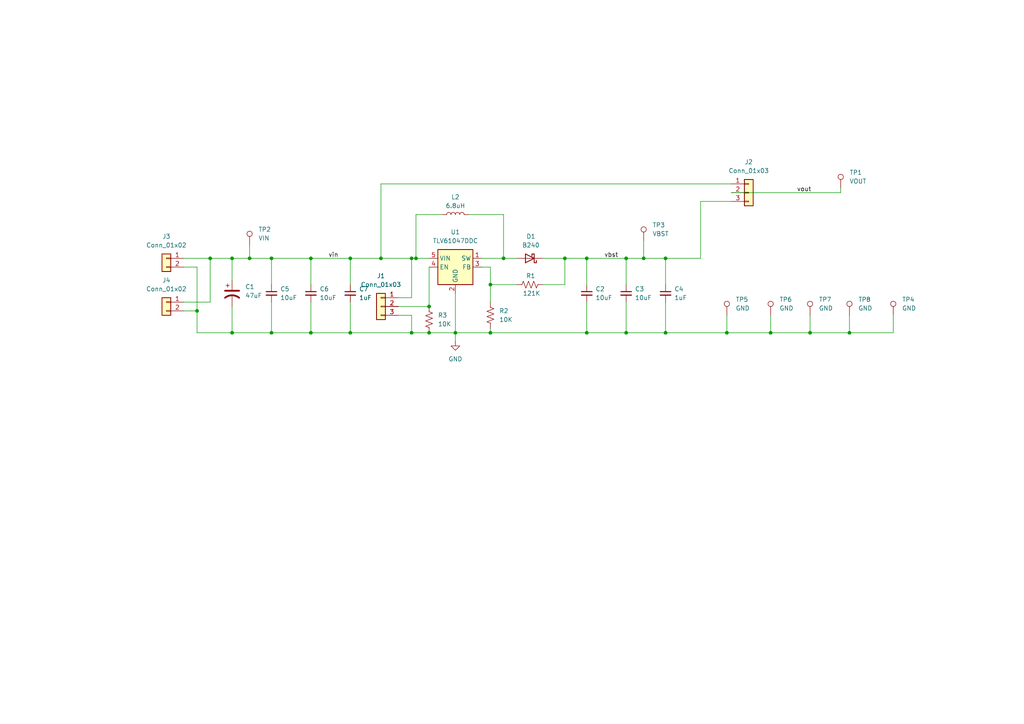
<source format=kicad_sch>
(kicad_sch (version 20250114) (generator "eeschema") (generator_version "9.0")
  (paper "A4")
  (lib_symbols
    (symbol "Connector:TestPoint" (pin_numbers (hide yes)) (pin_names (offset 0.762) (hide yes))
      (property "Reference" "TP" (at 0 6.858 0))
      (property "Value" "TestPoint" (at 0 5.08 0))
      (symbol "TestPoint_0_1"
        (circle (center 0 3.302) (radius 0.762))
      )
      (symbol "TestPoint_1_1"
        (pin passive line (at 0 0 90) (length 2.54) (name "1") (number "1"))
      )
    )
    (symbol "Connector_Generic:Conn_01x02" (pin_names (offset 1.016) (hide yes))
      (property "Reference" "J" (at 0 2.54 0))
      (property "Value" "Conn_01x02" (at 0 -5.08 0))
      (symbol "Conn_01x02_1_1"
        (rectangle (start -1.27 1.27) (end 1.27 -3.81) (stroke (width 0.254)) (fill (type background)))
        (rectangle (start -1.27 0.127) (end 0 -0.127) (stroke (width 0.1524)))
        (rectangle (start -1.27 -2.413) (end 0 -2.667) (stroke (width 0.1524)))
        (pin passive line (at -5.08 0 0) (length 3.81) (name "Pin_1") (number "1"))
        (pin passive line (at -5.08 -2.54 0) (length 3.81) (name "Pin_2") (number "2"))
      )
    )
    (symbol "Connector_Generic:Conn_01x03" (pin_names (offset 1.016) (hide yes))
      (property "Reference" "J" (at 0 5.08 0))
      (property "Value" "Conn_01x03" (at 0 -5.08 0))
      (symbol "Conn_01x03_1_1"
        (rectangle (start -1.27 3.81) (end 1.27 -3.81) (stroke (width 0.254)) (fill (type background)))
        (rectangle (start -1.27 2.667) (end 0 2.413) (stroke (width 0.1524)))
        (rectangle (start -1.27 0.127) (end 0 -0.127) (stroke (width 0.1524)))
        (rectangle (start -1.27 -2.413) (end 0 -2.667) (stroke (width 0.1524)))
        (pin passive line (at -5.08 2.54 0) (length 3.81) (name "Pin_1") (number "1"))
        (pin passive line (at -5.08 0 0) (length 3.81) (name "Pin_2") (number "2"))
        (pin passive line (at -5.08 -2.54 0) (length 3.81) (name "Pin_3") (number "3"))
      )
    )
    (symbol "Device:C_Polarized_US" (pin_numbers (hide yes)) (pin_names (offset 0.254) (hide yes))
      (property "Reference" "C" (at 0.635 2.54 0))
      (property "Value" "C_Polarized_US" (at 0.635 -2.54 0))
      (symbol "C_Polarized_US_0_1"
        (polyline (pts (xy -2.032 0.762) (xy 2.032 0.762)) (stroke (width 0.508)))
        (polyline (pts (xy -1.778 2.286) (xy -0.762 2.286)))
        (polyline (pts (xy -1.27 1.778) (xy -1.27 2.794)))
        (arc (start -2.032 -1.27) (mid 0 -0.5572) (end 2.032 -1.27) (stroke (width 0.508)))
      )
      (symbol "C_Polarized_US_1_1"
        (pin passive line (at 0 3.81 270) (length 2.794) (name "~") (number "1"))
        (pin passive line (at 0 -3.81 90) (length 3.302) (name "~") (number "2"))
      )
    )
    (symbol "Device:C_Small" (pin_numbers (hide yes)) (pin_names (offset 0.254) (hide yes))
      (property "Reference" "C" (at 0.254 1.778 0))
      (property "Value" "C_Small" (at 0.254 -2.032 0))
      (symbol "C_Small_0_1"
        (polyline (pts (xy -1.524 0.508) (xy 1.524 0.508)) (stroke (width 0.3048)))
        (polyline (pts (xy -1.524 -0.508) (xy 1.524 -0.508)) (stroke (width 0.3302)))
      )
      (symbol "C_Small_1_1"
        (pin passive line (at 0 2.54 270) (length 2.032) (name "~") (number "1"))
        (pin passive line (at 0 -2.54 90) (length 2.032) (name "~") (number "2"))
      )
    )
    (symbol "Device:L" (pin_numbers (hide yes)) (pin_names (offset 1.016) (hide yes))
      (property "Reference" "L" (at -1.27 0 90))
      (property "Value" "L" (at 1.905 0 90))
      (symbol "L_0_1"
        (arc (start 0 2.54) (mid 0.6323 1.905) (end 0 1.27))
        (arc (start 0 1.27) (mid 0.6323 0.635) (end 0 0))
        (arc (start 0 0) (mid 0.6323 -0.635) (end 0 -1.27))
        (arc (start 0 -1.27) (mid 0.6323 -1.905) (end 0 -2.54))
      )
      (symbol "L_1_1"
        (pin passive line (at 0 3.81 270) (length 1.27) (name "1") (number "1"))
        (pin passive line (at 0 -3.81 90) (length 1.27) (name "2") (number "2"))
      )
    )
    (symbol "Device:R_US" (pin_numbers (hide yes)) (pin_names (offset 0))
      (property "Reference" "R" (at 2.54 0 90))
      (property "Value" "R_US" (at -2.54 0 90))
      (symbol "R_US_0_1"
        (polyline (pts (xy 0 2.286) (xy 0 2.54)))
        (polyline (pts (xy 0 2.286) (xy 1.016 1.905) (xy 0 1.524) (xy -1.016 1.143) (xy 0 0.762)))
        (polyline (pts (xy 0 0.762) (xy 1.016 0.381) (xy 0 0) (xy -1.016 -0.381) (xy 0 -0.762)))
        (polyline (pts (xy 0 -0.762) (xy 1.016 -1.143) (xy 0 -1.524) (xy -1.016 -1.905) (xy 0 -2.286)))
        (polyline (pts (xy 0 -2.286) (xy 0 -2.54)))
      )
      (symbol "R_US_1_1"
        (pin passive line (at 0 3.81 270) (length 1.27) (name "~") (number "1"))
        (pin passive line (at 0 -3.81 90) (length 1.27) (name "~") (number "2"))
      )
    )
    (symbol "Diode:B240" (pin_numbers (hide yes)) (pin_names (offset 1.016) (hide yes))
      (property "Reference" "D" (at 0 2.54 0))
      (property "Value" "B240" (at 0 -2.54 0))
      (symbol "B240_0_1"
        (polyline (pts (xy -1.905 0.635) (xy -1.905 1.27) (xy -1.27 1.27) (xy -1.27 -1.27) (xy -0.635 -1.27) (xy -0.635 -0.635)) (stroke (width 0.254)))
        (polyline (pts (xy 1.27 1.27) (xy 1.27 -1.27) (xy -1.27 0) (xy 1.27 1.27)) (stroke (width 0.254)))
        (polyline (pts (xy 1.27 0) (xy -1.27 0)))
      )
      (symbol "B240_1_1"
        (pin passive line (at -3.81 0 0) (length 2.54) (name "K") (number "1"))
        (pin passive line (at 3.81 0 180) (length 2.54) (name "A") (number "2"))
      )
    )
    (symbol "Regulator_Switching:TLV61047DDC"
      (property "Reference" "U" (at -5.08 6.35 0))
      (property "Value" "TLV61047DDC" (at 0 6.35 0))
      (symbol "TLV61047DDC_0_1"
        (rectangle (start -5.08 5.08) (end 5.08 -5.08) (stroke (width 0.254)) (fill (type background)))
      )
      (symbol "TLV61047DDC_1_1"
        (pin power_in line (at -7.62 2.54 0) (length 2.54) (name "VIN") (number "5"))
        (pin input line (at -7.62 0 0) (length 2.54) (name "EN") (number "4"))
        (pin power_in line (at 0 -7.62 90) (length 2.54) (name "GND") (number "2"))
        (pin power_out line (at 7.62 2.54 180) (length 2.54) (name "SW") (number "1"))
        (pin input line (at 7.62 0 180) (length 2.54) (name "FB") (number "3"))
      )
    )
    (symbol "power:GND" (power) (pin_numbers (hide yes)) (pin_names (offset 0) (hide yes))
      (property "Value" "GND" (at 0 -3.81 0))
      (symbol "GND_0_1"
        (polyline (pts (xy 0 0) (xy 0 -1.27) (xy 1.27 -1.27) (xy 0 -2.54) (xy -1.27 -1.27) (xy 0 -1.27)))
      )
      (symbol "GND_1_1"
        (pin power_in line (at 0 0 270) (length 0) (name "~") (number "1"))
      )
    )
  )
  (junction (at 78.74 96.52))
  (junction (at 234.95 96.52))
  (junction (at 119.38 96.52))
  (junction (at 142.24 82.55))
  (junction (at 90.17 96.52))
  (junction (at 101.6 74.93))
  (junction (at 124.46 88.9))
  (junction (at 163.83 74.93))
  (junction (at 120.65 74.93))
  (junction (at 142.24 96.52))
  (junction (at 170.18 74.93))
  (junction (at 186.69 74.93))
  (junction (at 170.18 96.52))
  (junction (at 223.52 96.52))
  (junction (at 181.61 96.52))
  (junction (at 124.46 96.52))
  (junction (at 146.05 74.93))
  (junction (at 210.82 96.52))
  (junction (at 60.96 74.93))
  (junction (at 101.6 96.52))
  (junction (at 72.39 74.93))
  (junction (at 181.61 74.93))
  (junction (at 193.04 74.93))
  (junction (at 132.08 96.52))
  (junction (at 78.74 74.93))
  (junction (at 90.17 74.93))
  (junction (at 57.15 90.17))
  (junction (at 193.04 96.52))
  (junction (at 67.31 96.52))
  (junction (at 67.31 74.93))
  (junction (at 246.38 96.52))
  (junction (at 110.49 74.93))
  (junction (at 119.38 74.93))
  (wire (pts (xy 212.09 53.34) (xy 110.49 53.34)))
  (wire (pts (xy 110.49 74.93) (xy 119.38 74.93)))
  (wire (pts (xy 132.08 96.52) (xy 132.08 99.06)))
  (wire (pts (xy 67.31 74.93) (xy 72.39 74.93)))
  (wire (pts (xy 110.49 53.34) (xy 110.49 74.93)))
  (wire (pts (xy 181.61 82.55) (xy 181.61 74.93)))
  (wire (pts (xy 142.24 95.25) (xy 142.24 96.52)))
  (wire (pts (xy 101.6 96.52) (xy 119.38 96.52)))
  (wire (pts (xy 181.61 87.63) (xy 181.61 96.52)))
  (wire (pts (xy 139.7 77.47) (xy 142.24 77.47)))
  (wire (pts (xy 60.96 87.63) (xy 60.96 74.93)))
  (wire (pts (xy 223.52 96.52) (xy 210.82 96.52)))
  (wire (pts (xy 223.52 91.44) (xy 223.52 96.52)))
  (wire (pts (xy 132.08 85.09) (xy 132.08 96.52)))
  (wire (pts (xy 142.24 96.52) (xy 132.08 96.52)))
  (wire (pts (xy 234.95 96.52) (xy 223.52 96.52)))
  (wire (pts (xy 243.84 54.61) (xy 243.84 55.88)))
  (wire (pts (xy 203.2 58.42) (xy 203.2 74.93)))
  (wire (pts (xy 53.34 77.47) (xy 57.15 77.47)))
  (wire (pts (xy 67.31 81.28) (xy 67.31 74.93)))
  (wire (pts (xy 170.18 82.55) (xy 170.18 74.93)))
  (wire (pts (xy 67.31 88.9) (xy 67.31 96.52)))
  (wire (pts (xy 142.24 87.63) (xy 142.24 82.55)))
  (wire (pts (xy 120.65 62.23) (xy 128.27 62.23)))
  (wire (pts (xy 119.38 96.52) (xy 124.46 96.52)))
  (wire (pts (xy 193.04 74.93) (xy 186.69 74.93)))
  (wire (pts (xy 57.15 96.52) (xy 67.31 96.52)))
  (wire (pts (xy 124.46 74.93) (xy 120.65 74.93)))
  (wire (pts (xy 234.95 91.44) (xy 234.95 96.52)))
  (wire (pts (xy 259.08 96.52) (xy 246.38 96.52)))
  (wire (pts (xy 115.57 91.44) (xy 119.38 91.44)))
  (wire (pts (xy 90.17 96.52) (xy 78.74 96.52)))
  (wire (pts (xy 53.34 87.63) (xy 60.96 87.63)))
  (wire (pts (xy 142.24 77.47) (xy 142.24 82.55)))
  (wire (pts (xy 210.82 96.52) (xy 193.04 96.52)))
  (wire (pts (xy 146.05 62.23) (xy 135.89 62.23)))
  (wire (pts (xy 115.57 88.9) (xy 124.46 88.9)))
  (wire (pts (xy 124.46 88.9) (xy 124.46 77.47)))
  (wire (pts (xy 53.34 74.93) (xy 60.96 74.93)))
  (wire (pts (xy 246.38 91.44) (xy 246.38 96.52)))
  (wire (pts (xy 60.96 74.93) (xy 67.31 74.93)))
  (wire (pts (xy 90.17 74.93) (xy 78.74 74.93)))
  (wire (pts (xy 181.61 74.93) (xy 170.18 74.93)))
  (wire (pts (xy 101.6 87.63) (xy 101.6 96.52)))
  (wire (pts (xy 210.82 91.44) (xy 210.82 96.52)))
  (wire (pts (xy 139.7 74.93) (xy 146.05 74.93)))
  (wire (pts (xy 115.57 86.36) (xy 119.38 86.36)))
  (wire (pts (xy 186.69 69.85) (xy 186.69 74.93)))
  (wire (pts (xy 181.61 96.52) (xy 170.18 96.52)))
  (wire (pts (xy 170.18 87.63) (xy 170.18 96.52)))
  (wire (pts (xy 101.6 96.52) (xy 90.17 96.52)))
  (wire (pts (xy 119.38 91.44) (xy 119.38 96.52)))
  (wire (pts (xy 163.83 82.55) (xy 157.48 82.55)))
  (wire (pts (xy 78.74 82.55) (xy 78.74 74.93)))
  (wire (pts (xy 203.2 74.93) (xy 193.04 74.93)))
  (wire (pts (xy 259.08 91.44) (xy 259.08 96.52)))
  (wire (pts (xy 157.48 74.93) (xy 163.83 74.93)))
  (wire (pts (xy 170.18 96.52) (xy 142.24 96.52)))
  (wire (pts (xy 246.38 96.52) (xy 234.95 96.52)))
  (wire (pts (xy 163.83 74.93) (xy 163.83 82.55)))
  (wire (pts (xy 146.05 74.93) (xy 149.86 74.93)))
  (wire (pts (xy 163.83 74.93) (xy 170.18 74.93)))
  (wire (pts (xy 142.24 82.55) (xy 149.86 82.55)))
  (wire (pts (xy 90.17 87.63) (xy 90.17 96.52)))
  (wire (pts (xy 57.15 77.47) (xy 57.15 90.17)))
  (wire (pts (xy 72.39 74.93) (xy 78.74 74.93)))
  (wire (pts (xy 193.04 87.63) (xy 193.04 96.52)))
  (wire (pts (xy 119.38 74.93) (xy 120.65 74.93)))
  (wire (pts (xy 193.04 96.52) (xy 181.61 96.52)))
  (wire (pts (xy 146.05 74.93) (xy 146.05 62.23)))
  (wire (pts (xy 101.6 74.93) (xy 110.49 74.93)))
  (wire (pts (xy 101.6 82.55) (xy 101.6 74.93)))
  (wire (pts (xy 124.46 96.52) (xy 132.08 96.52)))
  (wire (pts (xy 119.38 86.36) (xy 119.38 74.93)))
  (wire (pts (xy 243.84 55.88) (xy 212.09 55.88)))
  (wire (pts (xy 90.17 82.55) (xy 90.17 74.93)))
  (wire (pts (xy 78.74 87.63) (xy 78.74 96.52)))
  (wire (pts (xy 57.15 90.17) (xy 57.15 96.52)))
  (wire (pts (xy 72.39 71.12) (xy 72.39 74.93)))
  (wire (pts (xy 67.31 96.52) (xy 78.74 96.52)))
  (wire (pts (xy 212.09 58.42) (xy 203.2 58.42)))
  (wire (pts (xy 57.15 90.17) (xy 53.34 90.17)))
  (wire (pts (xy 193.04 82.55) (xy 193.04 74.93)))
  (wire (pts (xy 120.65 74.93) (xy 120.65 62.23)))
  (wire (pts (xy 186.69 74.93) (xy 181.61 74.93)))
  (wire (pts (xy 101.6 74.93) (xy 90.17 74.93)))
  (label "vbst" (at 175.26 74.93 0))
  (label "vin" (at 95.25 74.93 0))
  (label "vout" (at 231.14 55.88 0))
  (symbol (lib_id "Connector:TestPoint") (at 259.08 91.44 0) (unit 1)
    (property "Reference" "TP4" (at 261.62 86.8679 0) (effects (justify left)))
    (property "Value" "GND" (at 261.62 89.4079 0) (effects (justify left)))
    (property "Footprint" "TestPoint:TestPoint_Keystone_5000-5004_Miniature" (effects (hide yes)))
    (property "Description" "test point" (effects (hide yes)))
    (property "MouserPN" "534-5003" (effects (hide yes)))
  )
  (symbol (lib_id "Connector:TestPoint") (at 234.95 91.44 0) (unit 1)
    (property "Reference" "TP7" (at 237.49 86.8679 0) (effects (justify left)))
    (property "Value" "GND" (at 237.49 89.4079 0) (effects (justify left)))
    (property "Footprint" "TestPoint:TestPoint_Keystone_5000-5004_Miniature" (effects (hide yes)))
    (property "Description" "test point" (effects (hide yes)))
    (property "MouserPN" "534-5003" (effects (hide yes)))
  )
  (symbol (lib_id "Device:C_Polarized_US") (at 67.31 85.09 0) (unit 1)
    (property "Reference" "C1" (at 71.12 83.1849 0) (effects (justify left)))
    (property "Value" "47uF" (at 71.12 85.7249 0) (effects (justify left)))
    (property "Footprint" "Capacitor_SMD:CP_Elec_6.3x5.8" (effects (hide yes)))
    (property "Description" "Polarized capacitor, US symbol" (effects (hide yes)))
    (property "MouserPN" "667-EEE-FK1V470P" (effects (hide yes)))
  )
  (symbol (lib_id "Diode:B240") (at 153.67 74.93 180) (unit 1)
    (property "Reference" "D1" (at 153.9875 68.58 0))
    (property "Value" "B240" (at 153.9875 71.12 0))
    (property "Footprint" "Diode_SMD:D_SMB" (effects (hide yes)))
    (property "Datasheet" "http://www.jameco.com/Jameco/Products/ProdDS/1538777.pdf" (effects (hide yes)))
    (property "Description" "40V 2A Schottky Barrier Rectifier Diode, SMB" (effects (hide yes)))
    (property "MouserPN" "625-B240A-E3" (effects (hide yes)))
  )
  (symbol (lib_id "Device:C_Small") (at 181.61 85.09 0) (unit 1)
    (property "Reference" "C3" (at 184.15 83.8262 0) (effects (justify left)))
    (property "Value" "10uF" (at 184.15 86.3662 0) (effects (justify left)))
    (property "Footprint" "Capacitor_SMD:C_1206_3216Metric_Pad1.33x1.80mm_HandSolder" (effects (hide yes)))
    (property "Description" "Unpolarized capacitor, small symbol" (effects (hide yes)))
    (property "MouserPN" "810-CGA5L1X7R1H106K1" (effects (hide yes)))
  )
  (symbol (lib_id "Device:R_US") (at 153.67 82.55 90) (unit 1)
    (property "Reference" "R1" (at 153.924 80.01 90))
    (property "Value" "121K" (at 154.178 85.09 90))
    (property "Footprint" "Resistor_SMD:R_0603_1608Metric_Pad0.98x0.95mm_HandSolder" (effects (hide yes)))
    (property "Description" "Resistor, US symbol" (effects (hide yes)))
  )
  (symbol (lib_id "Device:C_Small") (at 101.6 85.09 0) (unit 1)
    (property "Reference" "C7" (at 104.14 83.8262 0) (effects (justify left)))
    (property "Value" "1uF" (at 104.14 86.3662 0) (effects (justify left)))
    (property "Footprint" "Capacitor_SMD:C_0603_1608Metric_Pad1.08x0.95mm_HandSolder" (effects (hide yes)))
    (property "Description" "Unpolarized capacitor, small symbol" (effects (hide yes)))
    (property "MouserPN" "963-BASG168AB7105KT" (effects (hide yes)))
  )
  (symbol (lib_id "Connector:TestPoint") (at 186.69 69.85 0) (unit 1)
    (property "Reference" "TP3" (at 189.23 65.2779 0) (effects (justify left)))
    (property "Value" "VBST" (at 189.23 67.8179 0) (effects (justify left)))
    (property "Footprint" "TestPoint:TestPoint_Keystone_5000-5004_Miniature" (effects (hide yes)))
    (property "Description" "test point" (effects (hide yes)))
    (property "MouserPN" "534-5003" (effects (hide yes)))
  )
  (symbol (lib_id "Device:C_Small") (at 193.04 85.09 0) (unit 1)
    (property "Reference" "C4" (at 195.58 83.8262 0) (effects (justify left)))
    (property "Value" "1uF" (at 195.58 86.3662 0) (effects (justify left)))
    (property "Footprint" "Capacitor_SMD:C_0603_1608Metric_Pad1.08x0.95mm_HandSolder" (effects (hide yes)))
    (property "Description" "Unpolarized capacitor, small symbol" (effects (hide yes)))
    (property "MouserPN" "963-BASG168AB7105KT" (effects (hide yes)))
  )
  (symbol (lib_id "Connector:TestPoint") (at 210.82 91.44 0) (unit 1)
    (property "Reference" "TP5" (at 213.36 86.8679 0) (effects (justify left)))
    (property "Value" "GND" (at 213.36 89.4079 0) (effects (justify left)))
    (property "Footprint" "TestPoint:TestPoint_Keystone_5000-5004_Miniature" (effects (hide yes)))
    (property "Description" "test point" (effects (hide yes)))
    (property "MouserPN" "534-5003" (effects (hide yes)))
  )
  (symbol (lib_id "Device:L") (at 132.08 62.23 90) (unit 1)
    (property "Reference" "L2" (at 132.08 57.15 90))
    (property "Value" "6.8uH" (at 132.08 59.69 90))
    (property "Footprint" "Inductor_SMD:L_Coilcraft_XAL4030-XXX" (effects (hide yes)))
    (property "Description" "Inductor" (effects (hide yes)))
    (property "MouserPN" "994-XAL4030-682MEC" (effects (hide yes)))
  )
  (symbol (lib_id "Device:R_US") (at 124.46 92.71 0) (unit 1)
    (property "Reference" "R3" (at 127 91.4399 0) (effects (justify left)))
    (property "Value" "10K" (at 127 93.9799 0) (effects (justify left)))
    (property "Footprint" "Resistor_SMD:R_0603_1608Metric_Pad0.98x0.95mm_HandSolder" (effects (hide yes)))
    (property "Description" "Resistor, US symbol" (effects (hide yes)))
  )
  (symbol (lib_id "Device:R_US") (at 142.24 91.44 0) (unit 1)
    (property "Reference" "R2" (at 144.78 90.1699 0) (effects (justify left)))
    (property "Value" "10K" (at 144.78 92.7099 0) (effects (justify left)))
    (property "Footprint" "Resistor_SMD:R_0603_1608Metric_Pad0.98x0.95mm_HandSolder" (effects (hide yes)))
    (property "Description" "Resistor, US symbol" (effects (hide yes)))
  )
  (symbol (lib_id "Connector:TestPoint") (at 223.52 91.44 0) (unit 1)
    (property "Reference" "TP6" (at 226.06 86.8679 0) (effects (justify left)))
    (property "Value" "GND" (at 226.06 89.4079 0) (effects (justify left)))
    (property "Footprint" "TestPoint:TestPoint_Keystone_5000-5004_Miniature" (effects (hide yes)))
    (property "Description" "test point" (effects (hide yes)))
    (property "MouserPN" "534-5003" (effects (hide yes)))
  )
  (symbol (lib_id "Connector_Generic:Conn_01x02") (at 48.26 74.93 0) (mirror y) (unit 1)
    (property "Reference" "J3" (at 48.26 68.58 0))
    (property "Value" "Conn_01x02" (at 48.26 71.12 0))
    (property "Footprint" "Connector_PinHeader_2.54mm:PinHeader_1x02_P2.54mm_Vertical" (effects (hide yes)))
    (property "Description" "Generic connector, single row, 01x02, script generated (kicad-library-utils/schlib/autogen/connector/)" (effects (hide yes)))
  )
  (symbol (lib_id "Connector:TestPoint") (at 243.84 54.61 0) (unit 1)
    (property "Reference" "TP1" (at 246.38 50.0379 0) (effects (justify left)))
    (property "Value" "VOUT" (at 246.38 52.5779 0) (effects (justify left)))
    (property "Footprint" "TestPoint:TestPoint_Keystone_5000-5004_Miniature" (effects (hide yes)))
    (property "Description" "test point" (effects (hide yes)))
    (property "MouserPN" "534-5003" (effects (hide yes)))
  )
  (symbol (lib_id "Device:C_Small") (at 170.18 85.09 0) (unit 1)
    (property "Reference" "C2" (at 172.72 83.8262 0) (effects (justify left)))
    (property "Value" "10uF" (at 172.72 86.3662 0) (effects (justify left)))
    (property "Footprint" "Capacitor_SMD:C_1206_3216Metric_Pad1.33x1.80mm_HandSolder" (effects (hide yes)))
    (property "Description" "Unpolarized capacitor, small symbol" (effects (hide yes)))
    (property "MouserPN" "810-CGA5L1X7R1H106K1" (effects (hide yes)))
  )
  (symbol (lib_id "Device:C_Small") (at 78.74 85.09 0) (unit 1)
    (property "Reference" "C5" (at 81.28 83.8262 0) (effects (justify left)))
    (property "Value" "10uF" (at 81.28 86.3662 0) (effects (justify left)))
    (property "Footprint" "Capacitor_SMD:C_1206_3216Metric_Pad1.33x1.80mm_HandSolder" (effects (hide yes)))
    (property "Description" "Unpolarized capacitor, small symbol" (effects (hide yes)))
    (property "MouserPN" "810-CGA5L1X7R1H106K1" (effects (hide yes)))
  )
  (symbol (lib_id "Connector_Generic:Conn_01x03") (at 217.17 55.88 0) (unit 1)
    (property "Reference" "J2" (at 217.17 46.99 0))
    (property "Value" "Conn_01x03" (at 217.17 49.53 0))
    (property "Footprint" "Connector_PinHeader_2.54mm:PinHeader_1x03_P2.54mm_Vertical" (effects (hide yes)))
    (property "Description" "Generic connector, single row, 01x03, script generated (kicad-library-utils/schlib/autogen/connector/)" (effects (hide yes)))
  )
  (symbol (lib_id "Connector_Generic:Conn_01x02") (at 48.26 87.63 0) (mirror y) (unit 1)
    (property "Reference" "J4" (at 48.26 81.28 0))
    (property "Value" "Conn_01x02" (at 48.26 83.82 0))
    (property "Footprint" "Connector_PinHeader_2.54mm:PinHeader_1x02_P2.54mm_Vertical" (effects (hide yes)))
    (property "Description" "Generic connector, single row, 01x02, script generated (kicad-library-utils/schlib/autogen/connector/)" (effects (hide yes)))
  )
  (symbol (lib_id "Connector:TestPoint") (at 72.39 71.12 0) (unit 1)
    (property "Reference" "TP2" (at 74.93 66.5479 0) (effects (justify left)))
    (property "Value" "VIN" (at 74.93 69.0879 0) (effects (justify left)))
    (property "Footprint" "TestPoint:TestPoint_Keystone_5000-5004_Miniature" (effects (hide yes)))
    (property "Description" "test point" (effects (hide yes)))
    (property "MouserPN" "534-5003" (effects (hide yes)))
  )
  (symbol (lib_id "Device:C_Small") (at 90.17 85.09 0) (unit 1)
    (property "Reference" "C6" (at 92.71 83.8262 0) (effects (justify left)))
    (property "Value" "10uF" (at 92.71 86.3662 0) (effects (justify left)))
    (property "Footprint" "Capacitor_SMD:C_1206_3216Metric_Pad1.33x1.80mm_HandSolder" (effects (hide yes)))
    (property "Description" "Unpolarized capacitor, small symbol" (effects (hide yes)))
    (property "MouserPN" "810-CGA5L1X7R1H106K1" (effects (hide yes)))
  )
  (symbol (lib_id "power:GND") (at 132.08 99.06 0) (unit 1)
    (property "Reference" "#PWR01" (effects (hide yes)))
    (property "Value" "GND" (at 132.08 104.14 0))
    (property "Description" "Power symbol creates a global label with name \"GND\" , ground" (effects (hide yes)))
  )
  (symbol (lib_id "Connector:TestPoint") (at 246.38 91.44 0) (unit 1)
    (property "Reference" "TP8" (at 248.92 86.8679 0) (effects (justify left)))
    (property "Value" "GND" (at 248.92 89.4079 0) (effects (justify left)))
    (property "Footprint" "TestPoint:TestPoint_Keystone_5000-5004_Miniature" (effects (hide yes)))
    (property "Description" "test point" (effects (hide yes)))
    (property "MouserPN" "534-5003" (effects (hide yes)))
  )
  (symbol (lib_id "Connector_Generic:Conn_01x03") (at 110.49 88.9 0) (mirror y) (unit 1)
    (property "Reference" "J1" (at 110.49 80.01 0))
    (property "Value" "Conn_01x03" (at 110.49 82.55 0))
    (property "Footprint" "Connector_PinHeader_2.54mm:PinHeader_1x03_P2.54mm_Vertical" (effects (hide yes)))
    (property "Description" "Generic connector, single row, 01x03, script generated (kicad-library-utils/schlib/autogen/connector/)" (effects (hide yes)))
  )
  (symbol (lib_id "Regulator_Switching:TLV61047DDC") (at 132.08 77.47 0) (unit 1)
    (property "Reference" "U1" (at 132.08 67.31 0))
    (property "Value" "TLV61047DDC" (at 132.08 69.85 0))
    (property "Footprint" "Package_TO_SOT_SMD:SOT-23-5" (effects (hide yes)))
    (property "Datasheet" "https://www.ti.com/lit/ds/symlink/tlv61047.pdf" (effects (hide yes)))
    (property "Description" "Non-synchronous Boost Regulator, Adjustable Output up to 28V, 2.2A Switch Current Limit, SOT-23-5" (effects (hide yes)))
  )
)
</source>
